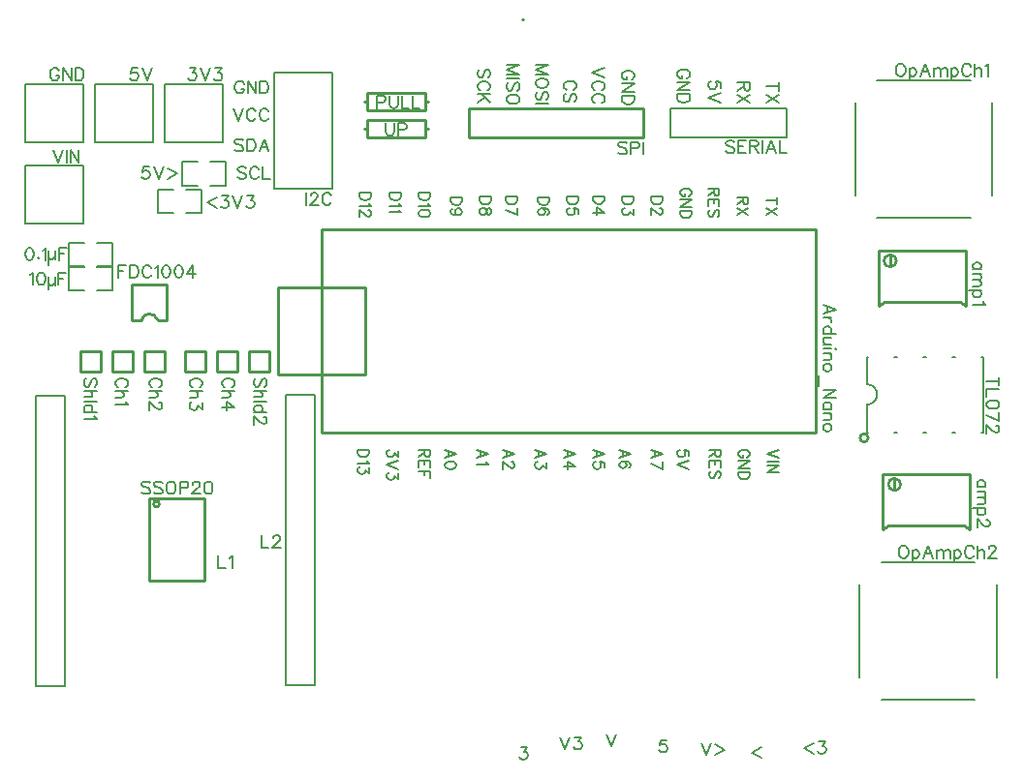
<source format=gto>
G04 Layer: TopSilkLayer*
G04 EasyEDA v6.1.30, Mon, 13 May 2019 14:05:24 GMT*
G04 ec786ea291e64042a76a9efa09ec0a6e,e7f1f9e1ee6f4799bc2d14f0a93ba244,10*
G04 Gerber Generator version 0.2*
G04 Scale: 100 percent, Rotated: No, Reflected: No *
G04 Dimensions in inches *
G04 leading zeros omitted , absolute positions ,2 integer and 4 decimal *
%FSLAX24Y24*%
%MOIN*%
G90*
G70D02*

%ADD10C,0.010000*%
%ADD26C,0.008000*%
%ADD27C,0.007992*%
%ADD28C,0.007900*%
%ADD29C,0.007870*%
%ADD30C,0.005905*%
%ADD31C,0.006000*%

%LPD*%
G54D10*
G01X8600Y12700D02*
G01X9300Y12700D01*
G01X9300Y12000D01*
G01X8600Y12000D01*
G01X8600Y12700D01*
G01X7500Y12700D02*
G01X8200Y12700D01*
G01X8200Y12000D01*
G01X7500Y12000D01*
G01X7500Y12700D01*
G01X6400Y12700D02*
G01X7100Y12700D01*
G01X7100Y12000D01*
G01X6400Y12000D01*
G01X6400Y12700D01*
G01X5000Y12700D02*
G01X5700Y12700D01*
G01X5700Y12000D01*
G01X5000Y12000D01*
G01X5000Y12700D01*
G01X3900Y12700D02*
G01X4600Y12700D01*
G01X4600Y12000D01*
G01X3900Y12000D01*
G01X3900Y12700D01*
G01X2800Y12700D02*
G01X3500Y12700D01*
G01X3500Y12000D01*
G01X2800Y12000D01*
G01X2800Y12700D01*
G54D26*
G01X2250Y10400D02*
G01X2250Y11150D01*
G01X1250Y11150D01*
G01X1250Y1150D01*
G01X2250Y1150D01*
G54D27*
G01X2250Y1150D02*
G01X2250Y10400D01*
G54D26*
G01X9850Y1950D02*
G01X9850Y1200D01*
G01X10850Y1200D01*
G01X10850Y11200D01*
G01X9850Y11200D01*
G54D27*
G01X9850Y11200D02*
G01X9850Y1950D01*
G54D10*
G01X11100Y16900D02*
G01X11100Y9900D01*
G01X11100Y9900D02*
G01X28100Y9900D01*
G01X28100Y9900D02*
G01X28100Y16900D01*
G01X28100Y16900D02*
G01X11100Y16900D01*
G01X12600Y14900D02*
G01X9600Y14900D01*
G01X9600Y11900D01*
G01X12600Y11900D01*
G01X12600Y14900D01*
G54D28*
G01X30189Y17288D02*
G01X33410Y17288D01*
G01X30189Y22011D02*
G01X33410Y22011D01*
G01X29438Y21261D02*
G01X29438Y18038D01*
G01X34161Y18038D02*
G01X34161Y21261D01*
G01X30339Y688D02*
G01X33560Y688D01*
G01X30339Y5411D02*
G01X33560Y5411D01*
G01X29588Y4661D02*
G01X29588Y1438D01*
G01X34311Y1438D02*
G01X34311Y4661D01*
G54D10*
G01X30796Y7950D02*
G01X30796Y8100D01*
G01X30796Y8250D01*
G01X30796Y8100D01*
G01X30396Y8450D02*
G01X33396Y8450D01*
G01X33396Y6550D01*
G01X33196Y6700D01*
G01X30596Y6700D01*
G01X30396Y6550D01*
G01X30396Y6650D01*
G01X30396Y8450D01*
G01X30646Y15650D02*
G01X30646Y15800D01*
G01X30646Y15950D01*
G01X30646Y15800D01*
G01X30246Y16150D02*
G01X33246Y16150D01*
G01X33246Y14250D01*
G01X33046Y14400D01*
G01X30446Y14400D01*
G01X30246Y14250D01*
G01X30246Y14350D01*
G01X30246Y16150D01*
G01X22150Y20050D02*
G01X16150Y20050D01*
G01X16150Y21050D01*
G01X22150Y21050D01*
G01X22150Y20050D01*
G54D29*
G01X6418Y17442D02*
G01X6938Y17442D01*
G01X6938Y18257D01*
G01X6418Y18257D01*
G01X5972Y17442D02*
G01X5453Y17442D01*
G01X5453Y18257D01*
G01X5972Y18257D01*
G01X7268Y18392D02*
G01X7788Y18392D01*
G01X7788Y19207D01*
G01X7268Y19207D01*
G01X6822Y18392D02*
G01X6303Y18392D01*
G01X6303Y19207D01*
G01X6822Y19207D01*
G54D10*
G01X14650Y20050D02*
G01X12650Y20050D01*
G01X12650Y20050D02*
G01X12650Y20350D01*
G01X12650Y20350D02*
G01X12650Y20650D01*
G01X12650Y20650D02*
G01X14650Y20650D01*
G01X14650Y20650D02*
G01X14650Y20350D01*
G01X14650Y20350D02*
G01X14650Y20050D01*
G01X12650Y20350D02*
G01X12550Y20350D01*
G01X14650Y20350D02*
G01X14750Y20350D01*
G01X14650Y21000D02*
G01X12650Y21000D01*
G01X12650Y21000D02*
G01X12650Y21300D01*
G01X12650Y21300D02*
G01X12650Y21600D01*
G01X12650Y21600D02*
G01X14650Y21600D01*
G01X14650Y21600D02*
G01X14650Y21300D01*
G01X14650Y21300D02*
G01X14650Y21000D01*
G01X12650Y21300D02*
G01X12550Y21300D01*
G01X14650Y21300D02*
G01X14750Y21300D01*
G01X5153Y4784D02*
G01X5153Y7619D01*
G01X7044Y4784D02*
G01X7044Y7619D01*
G01X5153Y4784D02*
G01X7044Y4784D01*
G01X5155Y7619D02*
G01X7044Y7619D01*
G54D26*
G01X9450Y18300D02*
G01X11450Y18300D01*
G01X11450Y22300D01*
G01X9450Y22300D01*
G01X9450Y18300D01*
G54D10*
G01X4550Y13779D02*
G01X4550Y15000D01*
G01X5770Y15000D02*
G01X4550Y15000D01*
G01X5769Y13779D02*
G01X5769Y15000D01*
G01X4550Y13769D02*
G01X4880Y13769D01*
G01X5440Y13769D02*
G01X5769Y13769D01*
G54D29*
G01X3368Y14792D02*
G01X3888Y14792D01*
G01X3888Y15607D01*
G01X3368Y15607D01*
G01X2922Y14792D02*
G01X2403Y14792D01*
G01X2403Y15607D01*
G01X2922Y15607D01*
G01X3368Y15592D02*
G01X3888Y15592D01*
G01X3888Y16407D01*
G01X3368Y16407D01*
G01X2922Y15592D02*
G01X2403Y15592D01*
G01X2403Y16407D01*
G01X2922Y16407D01*
G54D30*
G01X29850Y10850D02*
G01X29850Y9900D01*
G01X29900Y9900D01*
G01X29850Y11550D02*
G01X29850Y12500D01*
G01X29900Y12500D01*
G01X33800Y12500D02*
G01X33850Y12500D01*
G01X33850Y9900D01*
G01X33800Y9900D01*
G01X32800Y9900D02*
G01X32900Y9900D01*
G01X31800Y9900D02*
G01X31900Y9900D01*
G01X30800Y9900D02*
G01X30900Y9900D01*
G01X32800Y12500D02*
G01X32900Y12500D01*
G01X31800Y12500D02*
G01X31900Y12500D01*
G01X30800Y12500D02*
G01X30900Y12500D01*
G54D26*
G01X2900Y19100D02*
G01X2900Y17100D01*
G01X900Y17100D01*
G01X900Y19100D01*
G01X2900Y19100D01*
G01X5300Y21900D02*
G01X5300Y19900D01*
G01X3300Y19900D01*
G01X3300Y21900D01*
G01X5300Y21900D01*
G01X2900Y21900D02*
G01X2900Y19900D01*
G01X900Y19900D01*
G01X900Y21900D01*
G01X2900Y21900D01*
G01X27100Y21050D02*
G01X27100Y20050D01*
G01X23100Y20050D01*
G01X23100Y21050D01*
G01X23850Y21050D01*
G54D27*
G01X27100Y21050D02*
G01X23850Y21050D01*
G54D26*
G01X7700Y21900D02*
G01X7700Y19900D01*
G01X5700Y19900D01*
G01X5700Y21900D01*
G01X7700Y21900D01*
G54D31*
G01X17940Y-950D02*
G01X18165Y-950D01*
G01X18043Y-1113D01*
G01X18105Y-1113D01*
G01X18144Y-1134D01*
G01X18165Y-1153D01*
G01X18185Y-1215D01*
G01X18185Y-1255D01*
G01X18165Y-1317D01*
G01X18125Y-1359D01*
G01X18064Y-1378D01*
G01X18002Y-1378D01*
G01X17940Y-1359D01*
G01X17919Y-1338D01*
G01X17900Y-1296D01*
G54D26*
G01X21585Y19838D02*
G01X21544Y19880D01*
G01X21484Y19900D01*
G01X21402Y19900D01*
G01X21340Y19880D01*
G01X21300Y19838D01*
G01X21300Y19798D01*
G01X21319Y19757D01*
G01X21340Y19736D01*
G01X21381Y19715D01*
G01X21505Y19675D01*
G01X21544Y19655D01*
G01X21565Y19634D01*
G01X21585Y19594D01*
G01X21585Y19532D01*
G01X21544Y19490D01*
G01X21484Y19471D01*
G01X21402Y19471D01*
G01X21340Y19490D01*
G01X21300Y19532D01*
G01X21721Y19900D02*
G01X21721Y19471D01*
G01X21721Y19900D02*
G01X21905Y19900D01*
G01X21967Y19880D01*
G01X21986Y19859D01*
G01X22007Y19819D01*
G01X22007Y19757D01*
G01X21986Y19715D01*
G01X21967Y19696D01*
G01X21905Y19675D01*
G01X21721Y19675D01*
G01X22143Y19900D02*
G01X22143Y19471D01*
G01X28772Y14135D02*
G01X28343Y14299D01*
G01X28772Y14135D02*
G01X28343Y13972D01*
G01X28486Y14238D02*
G01X28486Y14033D01*
G01X28629Y13837D02*
G01X28343Y13837D01*
G01X28507Y13837D02*
G01X28568Y13816D01*
G01X28609Y13775D01*
G01X28629Y13734D01*
G01X28629Y13673D01*
G01X28772Y13293D02*
G01X28343Y13293D01*
G01X28568Y13293D02*
G01X28609Y13334D01*
G01X28629Y13374D01*
G01X28629Y13436D01*
G01X28609Y13477D01*
G01X28568Y13518D01*
G01X28507Y13538D01*
G01X28466Y13538D01*
G01X28404Y13518D01*
G01X28363Y13477D01*
G01X28343Y13436D01*
G01X28343Y13374D01*
G01X28363Y13334D01*
G01X28404Y13293D01*
G01X28629Y13158D02*
G01X28425Y13158D01*
G01X28363Y13137D01*
G01X28343Y13096D01*
G01X28343Y13035D01*
G01X28363Y12994D01*
G01X28425Y12933D01*
G01X28629Y12933D02*
G01X28343Y12933D01*
G01X28772Y12798D02*
G01X28752Y12777D01*
G01X28772Y12757D01*
G01X28793Y12777D01*
G01X28772Y12798D01*
G01X28629Y12777D02*
G01X28343Y12777D01*
G01X28629Y12622D02*
G01X28343Y12622D01*
G01X28547Y12622D02*
G01X28609Y12560D01*
G01X28629Y12519D01*
G01X28629Y12458D01*
G01X28609Y12417D01*
G01X28547Y12397D01*
G01X28343Y12397D01*
G01X28629Y12159D02*
G01X28609Y12200D01*
G01X28568Y12241D01*
G01X28507Y12262D01*
G01X28466Y12262D01*
G01X28404Y12241D01*
G01X28363Y12200D01*
G01X28343Y12159D01*
G01X28343Y12098D01*
G01X28363Y12057D01*
G01X28404Y12016D01*
G01X28466Y11996D01*
G01X28507Y11996D01*
G01X28568Y12016D01*
G01X28609Y12057D01*
G01X28629Y12098D01*
G01X28629Y12159D01*
G01X28200Y11861D02*
G01X28200Y11493D01*
G01X28772Y11358D02*
G01X28343Y11358D01*
G01X28772Y11358D02*
G01X28343Y11071D01*
G01X28772Y11071D02*
G01X28343Y11071D01*
G01X28629Y10691D02*
G01X28343Y10691D01*
G01X28568Y10691D02*
G01X28609Y10732D01*
G01X28629Y10773D01*
G01X28629Y10834D01*
G01X28609Y10875D01*
G01X28568Y10916D01*
G01X28507Y10936D01*
G01X28466Y10936D01*
G01X28404Y10916D01*
G01X28363Y10875D01*
G01X28343Y10834D01*
G01X28343Y10773D01*
G01X28363Y10732D01*
G01X28404Y10691D01*
G01X28629Y10556D02*
G01X28343Y10556D01*
G01X28547Y10556D02*
G01X28609Y10494D01*
G01X28629Y10454D01*
G01X28629Y10392D01*
G01X28609Y10351D01*
G01X28547Y10331D01*
G01X28343Y10331D01*
G01X28629Y10094D02*
G01X28609Y10134D01*
G01X28568Y10175D01*
G01X28507Y10196D01*
G01X28466Y10196D01*
G01X28404Y10175D01*
G01X28363Y10134D01*
G01X28343Y10094D01*
G01X28343Y10032D01*
G01X28363Y9991D01*
G01X28404Y9950D01*
G01X28466Y9930D01*
G01X28507Y9930D01*
G01X28568Y9950D01*
G01X28609Y9991D01*
G01X28629Y10032D01*
G01X28629Y10094D01*
G01X26768Y17873D02*
G01X26385Y17873D01*
G01X26768Y18000D02*
G01X26768Y17744D01*
G01X26768Y17625D02*
G01X26385Y17371D01*
G01X26768Y17371D02*
G01X26385Y17625D01*
G01X25727Y9026D02*
G01X25764Y9044D01*
G01X25800Y9082D01*
G01X25818Y9117D01*
G01X25818Y9190D01*
G01X25800Y9226D01*
G01X25764Y9263D01*
G01X25727Y9282D01*
G01X25672Y9300D01*
G01X25581Y9300D01*
G01X25527Y9282D01*
G01X25490Y9263D01*
G01X25455Y9226D01*
G01X25435Y9190D01*
G01X25435Y9117D01*
G01X25455Y9082D01*
G01X25490Y9044D01*
G01X25527Y9026D01*
G01X25581Y9026D01*
G01X25581Y9117D02*
G01X25581Y9026D01*
G01X25818Y8907D02*
G01X25435Y8907D01*
G01X25818Y8907D02*
G01X25435Y8653D01*
G01X25818Y8653D02*
G01X25435Y8653D01*
G01X25818Y8532D02*
G01X25435Y8532D01*
G01X25818Y8532D02*
G01X25818Y8405D01*
G01X25800Y8351D01*
G01X25764Y8315D01*
G01X25727Y8296D01*
G01X25672Y8278D01*
G01X25581Y8278D01*
G01X25527Y8296D01*
G01X25490Y8315D01*
G01X25455Y8351D01*
G01X25435Y8405D01*
G01X25435Y8532D01*
G01X23718Y9082D02*
G01X23718Y9263D01*
G01X23555Y9282D01*
G01X23572Y9263D01*
G01X23590Y9209D01*
G01X23590Y9155D01*
G01X23572Y9100D01*
G01X23535Y9063D01*
G01X23481Y9044D01*
G01X23444Y9044D01*
G01X23390Y9063D01*
G01X23355Y9100D01*
G01X23335Y9155D01*
G01X23335Y9209D01*
G01X23355Y9263D01*
G01X23372Y9282D01*
G01X23409Y9300D01*
G01X23718Y8925D02*
G01X23335Y8780D01*
G01X23718Y8634D02*
G01X23335Y8780D01*
G01X12782Y18150D02*
G01X12400Y18150D01*
G01X12782Y18150D02*
G01X12782Y18023D01*
G01X12764Y17967D01*
G01X12728Y17932D01*
G01X12691Y17913D01*
G01X12637Y17894D01*
G01X12546Y17894D01*
G01X12491Y17913D01*
G01X12455Y17932D01*
G01X12419Y17967D01*
G01X12400Y18023D01*
G01X12400Y18150D01*
G01X12709Y17775D02*
G01X12728Y17738D01*
G01X12782Y17684D01*
G01X12400Y17684D01*
G01X12691Y17546D02*
G01X12709Y17546D01*
G01X12746Y17528D01*
G01X12764Y17509D01*
G01X12782Y17473D01*
G01X12782Y17401D01*
G01X12764Y17365D01*
G01X12746Y17346D01*
G01X12709Y17328D01*
G01X12673Y17328D01*
G01X12637Y17346D01*
G01X12582Y17382D01*
G01X12400Y17565D01*
G01X12400Y17309D01*
G01X26818Y9300D02*
G01X26435Y9155D01*
G01X26818Y9009D02*
G01X26435Y9155D01*
G01X26818Y8888D02*
G01X26435Y8888D01*
G01X26818Y8769D02*
G01X26435Y8769D01*
G01X26818Y8769D02*
G01X26435Y8515D01*
G01X26818Y8515D02*
G01X26435Y8515D01*
G01X12718Y9300D02*
G01X12335Y9300D01*
G01X12718Y9300D02*
G01X12718Y9173D01*
G01X12700Y9117D01*
G01X12664Y9082D01*
G01X12627Y9063D01*
G01X12572Y9044D01*
G01X12481Y9044D01*
G01X12427Y9063D01*
G01X12390Y9082D01*
G01X12355Y9117D01*
G01X12335Y9173D01*
G01X12335Y9300D01*
G01X12644Y8925D02*
G01X12664Y8888D01*
G01X12718Y8834D01*
G01X12335Y8834D01*
G01X12718Y8678D02*
G01X12718Y8478D01*
G01X12572Y8586D01*
G01X12572Y8532D01*
G01X12555Y8496D01*
G01X12535Y8478D01*
G01X12481Y8459D01*
G01X12444Y8459D01*
G01X12390Y8478D01*
G01X12355Y8515D01*
G01X12335Y8569D01*
G01X12335Y8623D01*
G01X12355Y8678D01*
G01X12372Y8696D01*
G01X12409Y8715D01*
G01X23727Y18027D02*
G01X23764Y18044D01*
G01X23800Y18082D01*
G01X23818Y18117D01*
G01X23818Y18190D01*
G01X23800Y18227D01*
G01X23764Y18263D01*
G01X23727Y18282D01*
G01X23672Y18300D01*
G01X23581Y18300D01*
G01X23527Y18282D01*
G01X23490Y18263D01*
G01X23455Y18227D01*
G01X23435Y18190D01*
G01X23435Y18117D01*
G01X23455Y18082D01*
G01X23490Y18044D01*
G01X23527Y18027D01*
G01X23581Y18027D01*
G01X23581Y18117D02*
G01X23581Y18027D01*
G01X23818Y17907D02*
G01X23435Y17907D01*
G01X23818Y17907D02*
G01X23435Y17653D01*
G01X23818Y17653D02*
G01X23435Y17653D01*
G01X23818Y17532D02*
G01X23435Y17532D01*
G01X23818Y17532D02*
G01X23818Y17405D01*
G01X23800Y17351D01*
G01X23764Y17315D01*
G01X23727Y17296D01*
G01X23672Y17278D01*
G01X23581Y17278D01*
G01X23527Y17296D01*
G01X23490Y17315D01*
G01X23455Y17351D01*
G01X23435Y17405D01*
G01X23435Y17532D01*
G01X25768Y18000D02*
G01X25385Y18000D01*
G01X25768Y18000D02*
G01X25768Y17836D01*
G01X25750Y17782D01*
G01X25731Y17763D01*
G01X25694Y17744D01*
G01X25659Y17744D01*
G01X25622Y17763D01*
G01X25605Y17782D01*
G01X25585Y17836D01*
G01X25585Y18000D01*
G01X25585Y17873D02*
G01X25385Y17744D01*
G01X25768Y17625D02*
G01X25385Y17371D01*
G01X25768Y17371D02*
G01X25385Y17625D01*
G01X24768Y18300D02*
G01X24385Y18300D01*
G01X24768Y18300D02*
G01X24768Y18136D01*
G01X24750Y18082D01*
G01X24731Y18063D01*
G01X24694Y18044D01*
G01X24659Y18044D01*
G01X24622Y18063D01*
G01X24605Y18082D01*
G01X24585Y18136D01*
G01X24585Y18300D01*
G01X24585Y18173D02*
G01X24385Y18044D01*
G01X24768Y17925D02*
G01X24385Y17925D01*
G01X24768Y17925D02*
G01X24768Y17688D01*
G01X24585Y17925D02*
G01X24585Y17780D01*
G01X24385Y17925D02*
G01X24385Y17688D01*
G01X24714Y17315D02*
G01X24750Y17351D01*
G01X24768Y17405D01*
G01X24768Y17478D01*
G01X24750Y17532D01*
G01X24714Y17569D01*
G01X24677Y17569D01*
G01X24640Y17551D01*
G01X24622Y17532D01*
G01X24605Y17496D01*
G01X24568Y17386D01*
G01X24550Y17351D01*
G01X24531Y17332D01*
G01X24494Y17315D01*
G01X24440Y17315D01*
G01X24405Y17351D01*
G01X24385Y17405D01*
G01X24385Y17478D01*
G01X24405Y17532D01*
G01X24440Y17569D01*
G01X22818Y18003D02*
G01X22435Y18003D01*
G01X22818Y18003D02*
G01X22818Y17877D01*
G01X22800Y17821D01*
G01X22764Y17786D01*
G01X22727Y17767D01*
G01X22672Y17748D01*
G01X22581Y17748D01*
G01X22527Y17767D01*
G01X22490Y17786D01*
G01X22455Y17821D01*
G01X22435Y17877D01*
G01X22435Y18003D01*
G01X22727Y17611D02*
G01X22744Y17611D01*
G01X22781Y17592D01*
G01X22800Y17575D01*
G01X22818Y17538D01*
G01X22818Y17465D01*
G01X22800Y17428D01*
G01X22781Y17411D01*
G01X22744Y17392D01*
G01X22709Y17392D01*
G01X22672Y17411D01*
G01X22618Y17448D01*
G01X22435Y17628D01*
G01X22435Y17375D01*
G01X21818Y18003D02*
G01X21435Y18003D01*
G01X21818Y18003D02*
G01X21818Y17877D01*
G01X21800Y17821D01*
G01X21764Y17786D01*
G01X21727Y17767D01*
G01X21672Y17748D01*
G01X21581Y17748D01*
G01X21527Y17767D01*
G01X21490Y17786D01*
G01X21455Y17821D01*
G01X21435Y17877D01*
G01X21435Y18003D01*
G01X21818Y17592D02*
G01X21818Y17392D01*
G01X21672Y17502D01*
G01X21672Y17448D01*
G01X21655Y17411D01*
G01X21635Y17392D01*
G01X21581Y17375D01*
G01X21544Y17375D01*
G01X21490Y17392D01*
G01X21455Y17428D01*
G01X21435Y17484D01*
G01X21435Y17538D01*
G01X21455Y17592D01*
G01X21472Y17611D01*
G01X21509Y17628D01*
G01X20818Y18021D02*
G01X20435Y18021D01*
G01X20818Y18021D02*
G01X20818Y17894D01*
G01X20800Y17840D01*
G01X20764Y17803D01*
G01X20727Y17786D01*
G01X20672Y17767D01*
G01X20581Y17767D01*
G01X20527Y17786D01*
G01X20490Y17803D01*
G01X20455Y17840D01*
G01X20435Y17894D01*
G01X20435Y18021D01*
G01X20818Y17465D02*
G01X20564Y17646D01*
G01X20564Y17375D01*
G01X20818Y17465D02*
G01X20435Y17465D01*
G01X19918Y18003D02*
G01X19535Y18003D01*
G01X19918Y18003D02*
G01X19918Y17877D01*
G01X19900Y17821D01*
G01X19864Y17786D01*
G01X19827Y17767D01*
G01X19772Y17748D01*
G01X19681Y17748D01*
G01X19627Y17767D01*
G01X19590Y17786D01*
G01X19555Y17821D01*
G01X19535Y17877D01*
G01X19535Y18003D01*
G01X19918Y17411D02*
G01X19918Y17592D01*
G01X19755Y17611D01*
G01X19772Y17592D01*
G01X19790Y17538D01*
G01X19790Y17484D01*
G01X19772Y17428D01*
G01X19735Y17392D01*
G01X19681Y17375D01*
G01X19644Y17375D01*
G01X19590Y17392D01*
G01X19555Y17428D01*
G01X19535Y17484D01*
G01X19535Y17538D01*
G01X19555Y17592D01*
G01X19572Y17611D01*
G01X19609Y17628D01*
G01X18918Y17986D02*
G01X18535Y17986D01*
G01X18918Y17986D02*
G01X18918Y17859D01*
G01X18900Y17803D01*
G01X18864Y17767D01*
G01X18827Y17750D01*
G01X18772Y17730D01*
G01X18681Y17730D01*
G01X18627Y17750D01*
G01X18590Y17767D01*
G01X18555Y17803D01*
G01X18535Y17859D01*
G01X18535Y17986D01*
G01X18864Y17392D02*
G01X18900Y17411D01*
G01X18918Y17465D01*
G01X18918Y17502D01*
G01X18900Y17557D01*
G01X18844Y17592D01*
G01X18755Y17611D01*
G01X18664Y17611D01*
G01X18590Y17592D01*
G01X18555Y17557D01*
G01X18535Y17502D01*
G01X18535Y17484D01*
G01X18555Y17430D01*
G01X18590Y17392D01*
G01X18644Y17375D01*
G01X18664Y17375D01*
G01X18718Y17392D01*
G01X18755Y17430D01*
G01X18772Y17484D01*
G01X18772Y17502D01*
G01X18755Y17557D01*
G01X18718Y17592D01*
G01X18664Y17611D01*
G01X17818Y18003D02*
G01X17435Y18003D01*
G01X17818Y18003D02*
G01X17818Y17877D01*
G01X17800Y17821D01*
G01X17764Y17786D01*
G01X17727Y17767D01*
G01X17672Y17748D01*
G01X17581Y17748D01*
G01X17527Y17767D01*
G01X17490Y17786D01*
G01X17455Y17821D01*
G01X17435Y17877D01*
G01X17435Y18003D01*
G01X17818Y17375D02*
G01X17435Y17557D01*
G01X17818Y17628D02*
G01X17818Y17375D01*
G01X16918Y18003D02*
G01X16535Y18003D01*
G01X16918Y18003D02*
G01X16918Y17877D01*
G01X16900Y17821D01*
G01X16864Y17786D01*
G01X16827Y17767D01*
G01X16772Y17748D01*
G01X16681Y17748D01*
G01X16627Y17767D01*
G01X16590Y17786D01*
G01X16555Y17821D01*
G01X16535Y17877D01*
G01X16535Y18003D01*
G01X16918Y17538D02*
G01X16900Y17592D01*
G01X16864Y17611D01*
G01X16827Y17611D01*
G01X16790Y17592D01*
G01X16772Y17557D01*
G01X16755Y17484D01*
G01X16735Y17428D01*
G01X16700Y17392D01*
G01X16664Y17375D01*
G01X16609Y17375D01*
G01X16572Y17392D01*
G01X16555Y17411D01*
G01X16535Y17465D01*
G01X16535Y17538D01*
G01X16555Y17592D01*
G01X16572Y17611D01*
G01X16609Y17628D01*
G01X16664Y17628D01*
G01X16700Y17611D01*
G01X16735Y17575D01*
G01X16755Y17519D01*
G01X16772Y17448D01*
G01X16790Y17411D01*
G01X16827Y17392D01*
G01X16864Y17392D01*
G01X16900Y17411D01*
G01X16918Y17465D01*
G01X16918Y17538D01*
G01X15918Y17986D02*
G01X15535Y17986D01*
G01X15918Y17986D02*
G01X15918Y17859D01*
G01X15900Y17803D01*
G01X15864Y17767D01*
G01X15827Y17750D01*
G01X15772Y17730D01*
G01X15681Y17730D01*
G01X15627Y17750D01*
G01X15590Y17767D01*
G01X15555Y17803D01*
G01X15535Y17859D01*
G01X15535Y17986D01*
G01X15790Y17375D02*
G01X15735Y17392D01*
G01X15700Y17430D01*
G01X15681Y17484D01*
G01X15681Y17502D01*
G01X15700Y17557D01*
G01X15735Y17592D01*
G01X15790Y17611D01*
G01X15809Y17611D01*
G01X15864Y17592D01*
G01X15900Y17557D01*
G01X15918Y17502D01*
G01X15918Y17484D01*
G01X15900Y17430D01*
G01X15864Y17392D01*
G01X15790Y17375D01*
G01X15700Y17375D01*
G01X15609Y17392D01*
G01X15555Y17430D01*
G01X15535Y17484D01*
G01X15535Y17521D01*
G01X15555Y17575D01*
G01X15590Y17592D01*
G01X14818Y18150D02*
G01X14435Y18150D01*
G01X14818Y18150D02*
G01X14818Y18023D01*
G01X14800Y17967D01*
G01X14764Y17932D01*
G01X14727Y17913D01*
G01X14672Y17894D01*
G01X14581Y17894D01*
G01X14527Y17913D01*
G01X14490Y17932D01*
G01X14455Y17967D01*
G01X14435Y18023D01*
G01X14435Y18150D01*
G01X14744Y17775D02*
G01X14764Y17738D01*
G01X14818Y17684D01*
G01X14435Y17684D01*
G01X14818Y17455D02*
G01X14800Y17509D01*
G01X14744Y17546D01*
G01X14655Y17565D01*
G01X14600Y17565D01*
G01X14509Y17546D01*
G01X14455Y17509D01*
G01X14435Y17455D01*
G01X14435Y17419D01*
G01X14455Y17365D01*
G01X14509Y17328D01*
G01X14600Y17309D01*
G01X14655Y17309D01*
G01X14744Y17328D01*
G01X14800Y17365D01*
G01X14818Y17419D01*
G01X14818Y17455D01*
G01X13818Y18150D02*
G01X13435Y18150D01*
G01X13818Y18150D02*
G01X13818Y18023D01*
G01X13800Y17967D01*
G01X13764Y17932D01*
G01X13727Y17913D01*
G01X13672Y17894D01*
G01X13581Y17894D01*
G01X13527Y17913D01*
G01X13490Y17932D01*
G01X13455Y17967D01*
G01X13435Y18023D01*
G01X13435Y18150D01*
G01X13744Y17775D02*
G01X13764Y17738D01*
G01X13818Y17684D01*
G01X13435Y17684D01*
G01X13744Y17565D02*
G01X13764Y17528D01*
G01X13818Y17473D01*
G01X13435Y17473D01*
G01X13718Y9263D02*
G01X13718Y9063D01*
G01X13572Y9173D01*
G01X13572Y9117D01*
G01X13555Y9082D01*
G01X13535Y9063D01*
G01X13481Y9044D01*
G01X13444Y9044D01*
G01X13390Y9063D01*
G01X13355Y9100D01*
G01X13335Y9155D01*
G01X13335Y9209D01*
G01X13355Y9263D01*
G01X13372Y9282D01*
G01X13409Y9300D01*
G01X13718Y8925D02*
G01X13335Y8780D01*
G01X13718Y8634D02*
G01X13335Y8780D01*
G01X13718Y8478D02*
G01X13718Y8278D01*
G01X13572Y8386D01*
G01X13572Y8332D01*
G01X13555Y8296D01*
G01X13535Y8278D01*
G01X13481Y8259D01*
G01X13444Y8259D01*
G01X13390Y8278D01*
G01X13355Y8315D01*
G01X13335Y8369D01*
G01X13335Y8423D01*
G01X13355Y8478D01*
G01X13372Y8496D01*
G01X13409Y8515D01*
G01X14818Y9300D02*
G01X14435Y9300D01*
G01X14818Y9300D02*
G01X14818Y9136D01*
G01X14800Y9082D01*
G01X14781Y9063D01*
G01X14744Y9044D01*
G01X14709Y9044D01*
G01X14672Y9063D01*
G01X14655Y9082D01*
G01X14635Y9136D01*
G01X14635Y9300D01*
G01X14635Y9173D02*
G01X14435Y9044D01*
G01X14818Y8925D02*
G01X14435Y8925D01*
G01X14818Y8925D02*
G01X14818Y8688D01*
G01X14635Y8925D02*
G01X14635Y8780D01*
G01X14435Y8925D02*
G01X14435Y8688D01*
G01X14818Y8569D02*
G01X14435Y8569D01*
G01X14818Y8569D02*
G01X14818Y8332D01*
G01X14635Y8569D02*
G01X14635Y8423D01*
G01X15718Y9155D02*
G01X15335Y9300D01*
G01X15718Y9155D02*
G01X15335Y9009D01*
G01X15464Y9244D02*
G01X15464Y9063D01*
G01X15718Y8780D02*
G01X15700Y8834D01*
G01X15644Y8871D01*
G01X15555Y8888D01*
G01X15500Y8888D01*
G01X15409Y8871D01*
G01X15355Y8834D01*
G01X15335Y8780D01*
G01X15335Y8744D01*
G01X15355Y8688D01*
G01X15409Y8653D01*
G01X15500Y8634D01*
G01X15555Y8634D01*
G01X15644Y8653D01*
G01X15700Y8688D01*
G01X15718Y8744D01*
G01X15718Y8780D01*
G01X16818Y9155D02*
G01X16435Y9300D01*
G01X16818Y9155D02*
G01X16435Y9009D01*
G01X16564Y9244D02*
G01X16564Y9063D01*
G01X16744Y8888D02*
G01X16764Y8853D01*
G01X16818Y8798D01*
G01X16435Y8798D01*
G01X17718Y9155D02*
G01X17335Y9300D01*
G01X17718Y9155D02*
G01X17335Y9009D01*
G01X17464Y9244D02*
G01X17464Y9063D01*
G01X17627Y8871D02*
G01X17644Y8871D01*
G01X17681Y8853D01*
G01X17700Y8834D01*
G01X17718Y8798D01*
G01X17718Y8725D01*
G01X17700Y8688D01*
G01X17681Y8671D01*
G01X17644Y8653D01*
G01X17609Y8653D01*
G01X17572Y8671D01*
G01X17518Y8707D01*
G01X17335Y8888D01*
G01X17335Y8634D01*
G01X18818Y9155D02*
G01X18435Y9300D01*
G01X18818Y9155D02*
G01X18435Y9009D01*
G01X18564Y9244D02*
G01X18564Y9063D01*
G01X18818Y8853D02*
G01X18818Y8653D01*
G01X18672Y8761D01*
G01X18672Y8707D01*
G01X18655Y8671D01*
G01X18635Y8653D01*
G01X18581Y8634D01*
G01X18544Y8634D01*
G01X18490Y8653D01*
G01X18455Y8688D01*
G01X18435Y8744D01*
G01X18435Y8798D01*
G01X18455Y8853D01*
G01X18472Y8871D01*
G01X18509Y8888D01*
G01X19818Y9155D02*
G01X19435Y9300D01*
G01X19818Y9155D02*
G01X19435Y9009D01*
G01X19564Y9244D02*
G01X19564Y9063D01*
G01X19818Y8707D02*
G01X19564Y8888D01*
G01X19564Y8615D01*
G01X19818Y8707D02*
G01X19435Y8707D01*
G01X20818Y9155D02*
G01X20435Y9300D01*
G01X20818Y9155D02*
G01X20435Y9009D01*
G01X20564Y9244D02*
G01X20564Y9063D01*
G01X20818Y8671D02*
G01X20818Y8853D01*
G01X20655Y8871D01*
G01X20672Y8853D01*
G01X20690Y8798D01*
G01X20690Y8744D01*
G01X20672Y8688D01*
G01X20635Y8653D01*
G01X20581Y8634D01*
G01X20544Y8634D01*
G01X20490Y8653D01*
G01X20455Y8688D01*
G01X20435Y8744D01*
G01X20435Y8798D01*
G01X20455Y8853D01*
G01X20472Y8871D01*
G01X20509Y8888D01*
G01X21718Y9155D02*
G01X21335Y9300D01*
G01X21718Y9155D02*
G01X21335Y9009D01*
G01X21464Y9244D02*
G01X21464Y9063D01*
G01X21664Y8671D02*
G01X21700Y8688D01*
G01X21718Y8744D01*
G01X21718Y8780D01*
G01X21700Y8834D01*
G01X21644Y8871D01*
G01X21555Y8888D01*
G01X21464Y8888D01*
G01X21390Y8871D01*
G01X21355Y8834D01*
G01X21335Y8780D01*
G01X21335Y8761D01*
G01X21355Y8707D01*
G01X21390Y8671D01*
G01X21444Y8653D01*
G01X21464Y8653D01*
G01X21518Y8671D01*
G01X21555Y8707D01*
G01X21572Y8761D01*
G01X21572Y8780D01*
G01X21555Y8834D01*
G01X21518Y8871D01*
G01X21464Y8888D01*
G01X22818Y9155D02*
G01X22435Y9300D01*
G01X22818Y9155D02*
G01X22435Y9009D01*
G01X22564Y9244D02*
G01X22564Y9063D01*
G01X22818Y8634D02*
G01X22435Y8815D01*
G01X22818Y8888D02*
G01X22818Y8634D01*
G01X24818Y9300D02*
G01X24435Y9300D01*
G01X24818Y9300D02*
G01X24818Y9136D01*
G01X24800Y9082D01*
G01X24781Y9063D01*
G01X24744Y9044D01*
G01X24709Y9044D01*
G01X24672Y9063D01*
G01X24655Y9082D01*
G01X24635Y9136D01*
G01X24635Y9300D01*
G01X24635Y9173D02*
G01X24435Y9044D01*
G01X24818Y8925D02*
G01X24435Y8925D01*
G01X24818Y8925D02*
G01X24818Y8688D01*
G01X24635Y8925D02*
G01X24635Y8780D01*
G01X24435Y8925D02*
G01X24435Y8688D01*
G01X24764Y8315D02*
G01X24800Y8351D01*
G01X24818Y8405D01*
G01X24818Y8478D01*
G01X24800Y8532D01*
G01X24764Y8569D01*
G01X24727Y8569D01*
G01X24690Y8551D01*
G01X24672Y8532D01*
G01X24655Y8496D01*
G01X24618Y8386D01*
G01X24600Y8351D01*
G01X24581Y8332D01*
G01X24544Y8315D01*
G01X24490Y8315D01*
G01X24455Y8351D01*
G01X24435Y8405D01*
G01X24435Y8478D01*
G01X24455Y8532D01*
G01X24490Y8569D01*
G01X30972Y22595D02*
G01X30931Y22574D01*
G01X30890Y22534D01*
G01X30869Y22493D01*
G01X30850Y22431D01*
G01X30850Y22329D01*
G01X30869Y22268D01*
G01X30890Y22227D01*
G01X30931Y22186D01*
G01X30972Y22165D01*
G01X31055Y22165D01*
G01X31094Y22186D01*
G01X31135Y22227D01*
G01X31156Y22268D01*
G01X31177Y22329D01*
G01X31177Y22431D01*
G01X31156Y22493D01*
G01X31135Y22534D01*
G01X31094Y22574D01*
G01X31055Y22595D01*
G01X30972Y22595D01*
G01X31311Y22452D02*
G01X31311Y22022D01*
G01X31311Y22390D02*
G01X31352Y22431D01*
G01X31393Y22452D01*
G01X31455Y22452D01*
G01X31496Y22431D01*
G01X31536Y22390D01*
G01X31557Y22329D01*
G01X31557Y22288D01*
G01X31536Y22227D01*
G01X31496Y22186D01*
G01X31455Y22165D01*
G01X31393Y22165D01*
G01X31352Y22186D01*
G01X31311Y22227D01*
G01X31856Y22595D02*
G01X31693Y22165D01*
G01X31856Y22595D02*
G01X32019Y22165D01*
G01X31753Y22309D02*
G01X31959Y22309D01*
G01X32155Y22452D02*
G01X32155Y22165D01*
G01X32155Y22370D02*
G01X32215Y22431D01*
G01X32256Y22452D01*
G01X32318Y22452D01*
G01X32360Y22431D01*
G01X32380Y22370D01*
G01X32380Y22165D01*
G01X32380Y22370D02*
G01X32440Y22431D01*
G01X32481Y22452D01*
G01X32543Y22452D01*
G01X32585Y22431D01*
G01X32605Y22370D01*
G01X32605Y22165D01*
G01X32739Y22452D02*
G01X32739Y22022D01*
G01X32739Y22390D02*
G01X32781Y22431D01*
G01X32822Y22452D01*
G01X32882Y22452D01*
G01X32923Y22431D01*
G01X32964Y22390D01*
G01X32985Y22329D01*
G01X32985Y22288D01*
G01X32964Y22227D01*
G01X32923Y22186D01*
G01X32882Y22165D01*
G01X32822Y22165D01*
G01X32781Y22186D01*
G01X32739Y22227D01*
G01X33427Y22493D02*
G01X33406Y22534D01*
G01X33365Y22574D01*
G01X33325Y22595D01*
G01X33243Y22595D01*
G01X33202Y22574D01*
G01X33160Y22534D01*
G01X33140Y22493D01*
G01X33119Y22431D01*
G01X33119Y22329D01*
G01X33140Y22268D01*
G01X33160Y22227D01*
G01X33202Y22186D01*
G01X33243Y22165D01*
G01X33325Y22165D01*
G01X33365Y22186D01*
G01X33406Y22227D01*
G01X33427Y22268D01*
G01X33561Y22595D02*
G01X33561Y22165D01*
G01X33561Y22370D02*
G01X33623Y22431D01*
G01X33664Y22452D01*
G01X33726Y22452D01*
G01X33767Y22431D01*
G01X33786Y22370D01*
G01X33786Y22165D01*
G01X33922Y22513D02*
G01X33963Y22534D01*
G01X34025Y22595D01*
G01X34025Y22165D01*
G01X31072Y5995D02*
G01X31031Y5974D01*
G01X30990Y5934D01*
G01X30969Y5893D01*
G01X30950Y5831D01*
G01X30950Y5729D01*
G01X30969Y5668D01*
G01X30990Y5627D01*
G01X31031Y5586D01*
G01X31072Y5565D01*
G01X31155Y5565D01*
G01X31194Y5586D01*
G01X31235Y5627D01*
G01X31256Y5668D01*
G01X31277Y5729D01*
G01X31277Y5831D01*
G01X31256Y5893D01*
G01X31235Y5934D01*
G01X31194Y5974D01*
G01X31155Y5995D01*
G01X31072Y5995D01*
G01X31411Y5852D02*
G01X31411Y5422D01*
G01X31411Y5790D02*
G01X31452Y5831D01*
G01X31493Y5852D01*
G01X31555Y5852D01*
G01X31596Y5831D01*
G01X31636Y5790D01*
G01X31657Y5729D01*
G01X31657Y5688D01*
G01X31636Y5627D01*
G01X31596Y5586D01*
G01X31555Y5565D01*
G01X31493Y5565D01*
G01X31452Y5586D01*
G01X31411Y5627D01*
G01X31956Y5995D02*
G01X31793Y5565D01*
G01X31956Y5995D02*
G01X32119Y5565D01*
G01X31853Y5709D02*
G01X32059Y5709D01*
G01X32255Y5852D02*
G01X32255Y5565D01*
G01X32255Y5770D02*
G01X32315Y5831D01*
G01X32356Y5852D01*
G01X32418Y5852D01*
G01X32460Y5831D01*
G01X32480Y5770D01*
G01X32480Y5565D01*
G01X32480Y5770D02*
G01X32540Y5831D01*
G01X32581Y5852D01*
G01X32643Y5852D01*
G01X32685Y5831D01*
G01X32705Y5770D01*
G01X32705Y5565D01*
G01X32839Y5852D02*
G01X32839Y5422D01*
G01X32839Y5790D02*
G01X32881Y5831D01*
G01X32922Y5852D01*
G01X32982Y5852D01*
G01X33023Y5831D01*
G01X33064Y5790D01*
G01X33085Y5729D01*
G01X33085Y5688D01*
G01X33064Y5627D01*
G01X33023Y5586D01*
G01X32982Y5565D01*
G01X32922Y5565D01*
G01X32881Y5586D01*
G01X32839Y5627D01*
G01X33527Y5893D02*
G01X33506Y5934D01*
G01X33465Y5974D01*
G01X33425Y5995D01*
G01X33343Y5995D01*
G01X33302Y5974D01*
G01X33260Y5934D01*
G01X33240Y5893D01*
G01X33219Y5831D01*
G01X33219Y5729D01*
G01X33240Y5668D01*
G01X33260Y5627D01*
G01X33302Y5586D01*
G01X33343Y5565D01*
G01X33425Y5565D01*
G01X33465Y5586D01*
G01X33506Y5627D01*
G01X33527Y5668D01*
G01X33661Y5995D02*
G01X33661Y5565D01*
G01X33661Y5770D02*
G01X33723Y5831D01*
G01X33764Y5852D01*
G01X33826Y5852D01*
G01X33867Y5831D01*
G01X33886Y5770D01*
G01X33886Y5565D01*
G01X34043Y5893D02*
G01X34043Y5913D01*
G01X34063Y5954D01*
G01X34084Y5974D01*
G01X34125Y5995D01*
G01X34206Y5995D01*
G01X34247Y5974D01*
G01X34268Y5954D01*
G01X34288Y5913D01*
G01X34288Y5872D01*
G01X34268Y5831D01*
G01X34227Y5770D01*
G01X34022Y5565D01*
G01X34309Y5565D01*
G01X33928Y8003D02*
G01X33642Y8003D01*
G01X33867Y8003D02*
G01X33908Y8044D01*
G01X33928Y8086D01*
G01X33928Y8148D01*
G01X33908Y8188D01*
G01X33867Y8228D01*
G01X33806Y8250D01*
G01X33765Y8250D01*
G01X33703Y8228D01*
G01X33662Y8188D01*
G01X33642Y8148D01*
G01X33642Y8086D01*
G01X33662Y8044D01*
G01X33703Y8003D01*
G01X33928Y7869D02*
G01X33642Y7869D01*
G01X33846Y7869D02*
G01X33908Y7807D01*
G01X33928Y7767D01*
G01X33928Y7705D01*
G01X33908Y7665D01*
G01X33846Y7644D01*
G01X33642Y7644D01*
G01X33846Y7644D02*
G01X33908Y7582D01*
G01X33928Y7542D01*
G01X33928Y7480D01*
G01X33908Y7440D01*
G01X33846Y7419D01*
G01X33642Y7419D01*
G01X33928Y7284D02*
G01X33499Y7284D01*
G01X33867Y7284D02*
G01X33908Y7244D01*
G01X33928Y7203D01*
G01X33928Y7140D01*
G01X33908Y7100D01*
G01X33867Y7059D01*
G01X33806Y7038D01*
G01X33765Y7038D01*
G01X33703Y7059D01*
G01X33662Y7100D01*
G01X33642Y7140D01*
G01X33642Y7203D01*
G01X33662Y7244D01*
G01X33703Y7284D01*
G01X33969Y6884D02*
G01X33990Y6884D01*
G01X34031Y6863D01*
G01X34051Y6842D01*
G01X34071Y6801D01*
G01X34071Y6719D01*
G01X34051Y6678D01*
G01X34031Y6659D01*
G01X33990Y6638D01*
G01X33949Y6638D01*
G01X33908Y6659D01*
G01X33846Y6698D01*
G01X33642Y6903D01*
G01X33642Y6617D01*
G01X33778Y15504D02*
G01X33492Y15504D01*
G01X33717Y15504D02*
G01X33758Y15544D01*
G01X33778Y15585D01*
G01X33778Y15647D01*
G01X33758Y15688D01*
G01X33717Y15729D01*
G01X33656Y15749D01*
G01X33615Y15749D01*
G01X33553Y15729D01*
G01X33512Y15688D01*
G01X33492Y15647D01*
G01X33492Y15585D01*
G01X33512Y15544D01*
G01X33553Y15504D01*
G01X33778Y15369D02*
G01X33492Y15369D01*
G01X33696Y15369D02*
G01X33758Y15307D01*
G01X33778Y15266D01*
G01X33778Y15205D01*
G01X33758Y15164D01*
G01X33696Y15144D01*
G01X33492Y15144D01*
G01X33696Y15144D02*
G01X33758Y15082D01*
G01X33778Y15041D01*
G01X33778Y14980D01*
G01X33758Y14939D01*
G01X33696Y14919D01*
G01X33492Y14919D01*
G01X33778Y14784D02*
G01X33349Y14784D01*
G01X33717Y14784D02*
G01X33758Y14743D01*
G01X33778Y14702D01*
G01X33778Y14640D01*
G01X33758Y14599D01*
G01X33717Y14559D01*
G01X33656Y14538D01*
G01X33615Y14538D01*
G01X33553Y14559D01*
G01X33512Y14599D01*
G01X33492Y14640D01*
G01X33492Y14702D01*
G01X33512Y14743D01*
G01X33553Y14784D01*
G01X33840Y14403D02*
G01X33860Y14362D01*
G01X33921Y14301D01*
G01X33492Y14301D01*
G54D31*
G01X18019Y24123D02*
G01X18000Y24103D01*
G01X18019Y24082D01*
G01X18040Y24103D01*
G01X18019Y24123D01*
G54D26*
G01X5144Y19050D02*
G01X4940Y19050D01*
G01X4919Y18865D01*
G01X4940Y18886D01*
G01X5001Y18907D01*
G01X5063Y18907D01*
G01X5125Y18886D01*
G01X5165Y18844D01*
G01X5186Y18784D01*
G01X5186Y18742D01*
G01X5165Y18682D01*
G01X5125Y18640D01*
G01X5063Y18619D01*
G01X5001Y18619D01*
G01X4940Y18640D01*
G01X4919Y18661D01*
G01X4900Y18702D01*
G01X5321Y19050D02*
G01X5484Y18619D01*
G01X5648Y19050D02*
G01X5484Y18619D01*
G01X5784Y18988D02*
G01X6111Y18803D01*
G01X5784Y18619D01*
G01X7476Y17988D02*
G01X7150Y17803D01*
G01X7476Y17619D01*
G01X7653Y18050D02*
G01X7878Y18050D01*
G01X7755Y17886D01*
G01X7817Y17886D01*
G01X7857Y17865D01*
G01X7878Y17844D01*
G01X7898Y17784D01*
G01X7898Y17742D01*
G01X7878Y17682D01*
G01X7836Y17640D01*
G01X7776Y17619D01*
G01X7715Y17619D01*
G01X7653Y17640D01*
G01X7632Y17661D01*
G01X7611Y17702D01*
G01X8034Y18050D02*
G01X8196Y17619D01*
G01X8361Y18050D02*
G01X8196Y17619D01*
G01X8536Y18050D02*
G01X8761Y18050D01*
G01X8638Y17886D01*
G01X8700Y17886D01*
G01X8740Y17865D01*
G01X8761Y17844D01*
G01X8782Y17784D01*
G01X8782Y17742D01*
G01X8761Y17682D01*
G01X8721Y17640D01*
G01X8659Y17619D01*
G01X8598Y17619D01*
G01X8536Y17640D01*
G01X8515Y17661D01*
G01X8496Y17702D01*
G01X13300Y20545D02*
G01X13300Y20239D01*
G01X13319Y20177D01*
G01X13360Y20136D01*
G01X13422Y20116D01*
G01X13464Y20116D01*
G01X13525Y20136D01*
G01X13565Y20177D01*
G01X13585Y20239D01*
G01X13585Y20545D01*
G01X13721Y20545D02*
G01X13721Y20116D01*
G01X13721Y20545D02*
G01X13905Y20545D01*
G01X13967Y20525D01*
G01X13986Y20505D01*
G01X14007Y20464D01*
G01X14007Y20402D01*
G01X13986Y20361D01*
G01X13967Y20341D01*
G01X13905Y20320D01*
G01X13721Y20320D01*
G01X13000Y21494D02*
G01X13000Y21065D01*
G01X13000Y21494D02*
G01X13184Y21494D01*
G01X13244Y21475D01*
G01X13265Y21455D01*
G01X13285Y21413D01*
G01X13285Y21352D01*
G01X13265Y21311D01*
G01X13244Y21290D01*
G01X13184Y21269D01*
G01X13000Y21269D01*
G01X13421Y21494D02*
G01X13421Y21188D01*
G01X13442Y21127D01*
G01X13482Y21086D01*
G01X13543Y21065D01*
G01X13585Y21065D01*
G01X13646Y21086D01*
G01X13686Y21127D01*
G01X13707Y21188D01*
G01X13707Y21494D01*
G01X13843Y21494D02*
G01X13843Y21065D01*
G01X13843Y21065D02*
G01X14088Y21065D01*
G01X14222Y21494D02*
G01X14222Y21065D01*
G01X14222Y21065D02*
G01X14468Y21065D01*
G01X5186Y8138D02*
G01X5144Y8180D01*
G01X5084Y8200D01*
G01X5001Y8200D01*
G01X4940Y8180D01*
G01X4900Y8138D01*
G01X4900Y8098D01*
G01X4919Y8057D01*
G01X4940Y8036D01*
G01X4982Y8015D01*
G01X5105Y7975D01*
G01X5144Y7955D01*
G01X5165Y7934D01*
G01X5186Y7894D01*
G01X5186Y7832D01*
G01X5144Y7790D01*
G01X5084Y7771D01*
G01X5001Y7771D01*
G01X4940Y7790D01*
G01X4900Y7832D01*
G01X5607Y8138D02*
G01X5567Y8180D01*
G01X5505Y8200D01*
G01X5423Y8200D01*
G01X5361Y8180D01*
G01X5321Y8138D01*
G01X5321Y8098D01*
G01X5342Y8057D01*
G01X5361Y8036D01*
G01X5403Y8015D01*
G01X5526Y7975D01*
G01X5567Y7955D01*
G01X5586Y7934D01*
G01X5607Y7894D01*
G01X5607Y7832D01*
G01X5567Y7790D01*
G01X5505Y7771D01*
G01X5423Y7771D01*
G01X5361Y7790D01*
G01X5321Y7832D01*
G01X5865Y8200D02*
G01X5825Y8180D01*
G01X5784Y8138D01*
G01X5763Y8098D01*
G01X5742Y8036D01*
G01X5742Y7934D01*
G01X5763Y7873D01*
G01X5784Y7832D01*
G01X5825Y7790D01*
G01X5865Y7771D01*
G01X5946Y7771D01*
G01X5988Y7790D01*
G01X6028Y7832D01*
G01X6050Y7873D01*
G01X6069Y7934D01*
G01X6069Y8036D01*
G01X6050Y8098D01*
G01X6028Y8138D01*
G01X5988Y8180D01*
G01X5946Y8200D01*
G01X5865Y8200D01*
G01X6205Y8200D02*
G01X6205Y7771D01*
G01X6205Y8200D02*
G01X6388Y8200D01*
G01X6450Y8180D01*
G01X6471Y8159D01*
G01X6490Y8119D01*
G01X6490Y8057D01*
G01X6471Y8015D01*
G01X6450Y7996D01*
G01X6388Y7975D01*
G01X6205Y7975D01*
G01X6646Y8098D02*
G01X6646Y8119D01*
G01X6667Y8159D01*
G01X6688Y8180D01*
G01X6728Y8200D01*
G01X6809Y8200D01*
G01X6851Y8180D01*
G01X6871Y8159D01*
G01X6892Y8119D01*
G01X6892Y8078D01*
G01X6871Y8036D01*
G01X6830Y7975D01*
G01X6626Y7771D01*
G01X6913Y7771D01*
G01X7169Y8200D02*
G01X7109Y8180D01*
G01X7067Y8119D01*
G01X7048Y8015D01*
G01X7048Y7955D01*
G01X7067Y7853D01*
G01X7109Y7790D01*
G01X7169Y7771D01*
G01X7211Y7771D01*
G01X7273Y7790D01*
G01X7313Y7853D01*
G01X7334Y7955D01*
G01X7334Y8015D01*
G01X7313Y8119D01*
G01X7273Y8180D01*
G01X7211Y8200D01*
G01X7169Y8200D01*
G01X10550Y18150D02*
G01X10550Y17721D01*
G01X10705Y18048D02*
G01X10705Y18069D01*
G01X10726Y18109D01*
G01X10746Y18130D01*
G01X10786Y18150D01*
G01X10868Y18150D01*
G01X10910Y18130D01*
G01X10930Y18109D01*
G01X10951Y18069D01*
G01X10951Y18028D01*
G01X10930Y17986D01*
G01X10889Y17925D01*
G01X10685Y17721D01*
G01X10971Y17721D01*
G01X11413Y18048D02*
G01X11393Y18088D01*
G01X11352Y18130D01*
G01X11310Y18150D01*
G01X11228Y18150D01*
G01X11188Y18130D01*
G01X11147Y18088D01*
G01X11127Y18048D01*
G01X11106Y17986D01*
G01X11106Y17884D01*
G01X11127Y17823D01*
G01X11147Y17782D01*
G01X11188Y17740D01*
G01X11228Y17721D01*
G01X11310Y17721D01*
G01X11352Y17740D01*
G01X11393Y17782D01*
G01X11413Y17823D01*
G01X4100Y15650D02*
G01X4100Y15221D01*
G01X4100Y15650D02*
G01X4365Y15650D01*
G01X4100Y15446D02*
G01X4263Y15446D01*
G01X4501Y15650D02*
G01X4501Y15221D01*
G01X4501Y15650D02*
G01X4644Y15650D01*
G01X4705Y15630D01*
G01X4746Y15588D01*
G01X4767Y15548D01*
G01X4786Y15486D01*
G01X4786Y15384D01*
G01X4767Y15323D01*
G01X4746Y15282D01*
G01X4705Y15240D01*
G01X4644Y15221D01*
G01X4501Y15221D01*
G01X5228Y15548D02*
G01X5209Y15588D01*
G01X5167Y15630D01*
G01X5126Y15650D01*
G01X5044Y15650D01*
G01X5003Y15630D01*
G01X4963Y15588D01*
G01X4942Y15548D01*
G01X4921Y15486D01*
G01X4921Y15384D01*
G01X4942Y15323D01*
G01X4963Y15282D01*
G01X5003Y15240D01*
G01X5044Y15221D01*
G01X5126Y15221D01*
G01X5167Y15240D01*
G01X5209Y15282D01*
G01X5228Y15323D01*
G01X5363Y15569D02*
G01X5405Y15588D01*
G01X5465Y15650D01*
G01X5465Y15221D01*
G01X5723Y15650D02*
G01X5663Y15630D01*
G01X5621Y15569D01*
G01X5601Y15465D01*
G01X5601Y15405D01*
G01X5621Y15303D01*
G01X5663Y15240D01*
G01X5723Y15221D01*
G01X5765Y15221D01*
G01X5826Y15240D01*
G01X5867Y15303D01*
G01X5888Y15405D01*
G01X5888Y15465D01*
G01X5867Y15569D01*
G01X5826Y15630D01*
G01X5765Y15650D01*
G01X5723Y15650D01*
G01X6144Y15650D02*
G01X6084Y15630D01*
G01X6042Y15569D01*
G01X6023Y15465D01*
G01X6023Y15405D01*
G01X6042Y15303D01*
G01X6084Y15240D01*
G01X6144Y15221D01*
G01X6186Y15221D01*
G01X6248Y15240D01*
G01X6288Y15303D01*
G01X6309Y15405D01*
G01X6309Y15465D01*
G01X6288Y15569D01*
G01X6248Y15630D01*
G01X6186Y15650D01*
G01X6144Y15650D01*
G01X6648Y15650D02*
G01X6444Y15363D01*
G01X6751Y15363D01*
G01X6648Y15650D02*
G01X6648Y15221D01*
G01X7533Y5641D02*
G01X7533Y5211D01*
G01X7533Y5211D02*
G01X7778Y5211D01*
G01X7913Y5559D02*
G01X7954Y5580D01*
G01X8016Y5641D01*
G01X8016Y5211D01*
G01X9016Y6341D02*
G01X9016Y5911D01*
G01X9016Y5911D02*
G01X9261Y5911D01*
G01X9417Y6239D02*
G01X9417Y6259D01*
G01X9437Y6300D01*
G01X9458Y6321D01*
G01X9499Y6341D01*
G01X9581Y6341D01*
G01X9621Y6321D01*
G01X9642Y6300D01*
G01X9662Y6259D01*
G01X9662Y6218D01*
G01X9642Y6177D01*
G01X9601Y6116D01*
G01X9396Y5911D01*
G01X9683Y5911D01*
G01X34394Y11657D02*
G01X33965Y11657D01*
G01X34394Y11800D02*
G01X34394Y11513D01*
G01X34394Y11378D02*
G01X33965Y11378D01*
G01X33965Y11378D02*
G01X33965Y11132D01*
G01X34394Y10875D02*
G01X34374Y10936D01*
G01X34313Y10978D01*
G01X34210Y10998D01*
G01X34149Y10998D01*
G01X34047Y10978D01*
G01X33985Y10936D01*
G01X33965Y10875D01*
G01X33965Y10834D01*
G01X33985Y10773D01*
G01X34047Y10732D01*
G01X34149Y10711D01*
G01X34210Y10711D01*
G01X34313Y10732D01*
G01X34374Y10773D01*
G01X34394Y10834D01*
G01X34394Y10875D01*
G01X34394Y10290D02*
G01X33965Y10494D01*
G01X34394Y10576D02*
G01X34394Y10290D01*
G01X34292Y10134D02*
G01X34313Y10134D01*
G01X34354Y10115D01*
G01X34374Y10094D01*
G01X34394Y10053D01*
G01X34394Y9971D01*
G01X34374Y9930D01*
G01X34354Y9909D01*
G01X34313Y9890D01*
G01X34272Y9890D01*
G01X34231Y9909D01*
G01X34169Y9951D01*
G01X33965Y10155D01*
G01X33965Y9869D01*
G01X1850Y19628D02*
G01X2013Y19200D01*
G01X2176Y19628D02*
G01X2013Y19200D01*
G01X2311Y19628D02*
G01X2311Y19200D01*
G01X2446Y19628D02*
G01X2446Y19200D01*
G01X2446Y19628D02*
G01X2734Y19200D01*
G01X2734Y19628D02*
G01X2734Y19200D01*
G01X4744Y22444D02*
G01X4540Y22444D01*
G01X4519Y22261D01*
G01X4540Y22282D01*
G01X4601Y22302D01*
G01X4663Y22302D01*
G01X4725Y22282D01*
G01X4765Y22240D01*
G01X4786Y22180D01*
G01X4786Y22138D01*
G01X4765Y22077D01*
G01X4725Y22036D01*
G01X4663Y22015D01*
G01X4601Y22015D01*
G01X4540Y22036D01*
G01X4519Y22057D01*
G01X4500Y22098D01*
G01X4921Y22444D02*
G01X5084Y22015D01*
G01X5248Y22444D02*
G01X5084Y22015D01*
G01X2057Y22342D02*
G01X2036Y22384D01*
G01X1994Y22425D01*
G01X1955Y22444D01*
G01X1873Y22444D01*
G01X1832Y22425D01*
G01X1790Y22384D01*
G01X1769Y22342D01*
G01X1750Y22282D01*
G01X1750Y22180D01*
G01X1769Y22117D01*
G01X1790Y22077D01*
G01X1832Y22036D01*
G01X1873Y22015D01*
G01X1955Y22015D01*
G01X1994Y22036D01*
G01X2036Y22077D01*
G01X2057Y22117D01*
G01X2057Y22180D01*
G01X1955Y22180D02*
G01X2057Y22180D01*
G01X2192Y22444D02*
G01X2192Y22015D01*
G01X2192Y22444D02*
G01X2478Y22015D01*
G01X2478Y22444D02*
G01X2478Y22015D01*
G01X2613Y22444D02*
G01X2613Y22015D01*
G01X2613Y22444D02*
G01X2755Y22444D01*
G01X2817Y22425D01*
G01X2859Y22384D01*
G01X2878Y22342D01*
G01X2900Y22282D01*
G01X2900Y22180D01*
G01X2878Y22117D01*
G01X2859Y22077D01*
G01X2817Y22036D01*
G01X2755Y22015D01*
G01X2613Y22015D01*
G01X25285Y19884D02*
G01X25244Y19925D01*
G01X25184Y19944D01*
G01X25102Y19944D01*
G01X25040Y19925D01*
G01X25000Y19884D01*
G01X25000Y19842D01*
G01X25019Y19802D01*
G01X25040Y19782D01*
G01X25081Y19761D01*
G01X25205Y19719D01*
G01X25244Y19700D01*
G01X25265Y19680D01*
G01X25285Y19638D01*
G01X25285Y19577D01*
G01X25244Y19536D01*
G01X25184Y19515D01*
G01X25102Y19515D01*
G01X25040Y19536D01*
G01X25000Y19577D01*
G01X25421Y19944D02*
G01X25421Y19515D01*
G01X25421Y19944D02*
G01X25686Y19944D01*
G01X25421Y19740D02*
G01X25585Y19740D01*
G01X25421Y19515D02*
G01X25686Y19515D01*
G01X25822Y19944D02*
G01X25822Y19515D01*
G01X25822Y19944D02*
G01X26006Y19944D01*
G01X26068Y19925D01*
G01X26088Y19905D01*
G01X26109Y19863D01*
G01X26109Y19823D01*
G01X26088Y19782D01*
G01X26068Y19761D01*
G01X26006Y19740D01*
G01X25822Y19740D01*
G01X25964Y19740D02*
G01X26109Y19515D01*
G01X26243Y19944D02*
G01X26243Y19515D01*
G01X26542Y19944D02*
G01X26378Y19515D01*
G01X26542Y19944D02*
G01X26706Y19515D01*
G01X26439Y19659D02*
G01X26644Y19659D01*
G01X26840Y19944D02*
G01X26840Y19515D01*
G01X26840Y19515D02*
G01X27085Y19515D01*
G01X6540Y22444D02*
G01X6765Y22444D01*
G01X6642Y22282D01*
G01X6705Y22282D01*
G01X6744Y22261D01*
G01X6765Y22240D01*
G01X6786Y22180D01*
G01X6786Y22138D01*
G01X6765Y22077D01*
G01X6725Y22036D01*
G01X6663Y22015D01*
G01X6601Y22015D01*
G01X6540Y22036D01*
G01X6519Y22057D01*
G01X6500Y22098D01*
G01X6921Y22444D02*
G01X7084Y22015D01*
G01X7248Y22444D02*
G01X7084Y22015D01*
G01X7425Y22444D02*
G01X7650Y22444D01*
G01X7526Y22282D01*
G01X7588Y22282D01*
G01X7628Y22261D01*
G01X7650Y22240D01*
G01X7669Y22180D01*
G01X7669Y22138D01*
G01X7650Y22077D01*
G01X7609Y22036D01*
G01X7546Y22015D01*
G01X7486Y22015D01*
G01X7425Y22036D01*
G01X7403Y22057D01*
G01X7384Y22098D01*
G54D31*
G01X28027Y-811D02*
G01X27700Y-994D01*
G01X28027Y-1178D01*
G01X28202Y-750D02*
G01X28427Y-750D01*
G01X28305Y-913D01*
G01X28367Y-913D01*
G01X28407Y-934D01*
G01X28427Y-953D01*
G01X28448Y-1015D01*
G01X28448Y-1055D01*
G01X28427Y-1117D01*
G01X28386Y-1159D01*
G01X28326Y-1178D01*
G01X28264Y-1178D01*
G01X28202Y-1159D01*
G01X28182Y-1138D01*
G01X28161Y-1096D01*
G01X26227Y-961D02*
G01X25900Y-1144D01*
G01X26227Y-1328D01*
G01X24150Y-800D02*
G01X24314Y-1228D01*
G01X24477Y-800D02*
G01X24314Y-1228D01*
G01X24611Y-861D02*
G01X24939Y-1044D01*
G01X24611Y-1228D01*
G01X22944Y-700D02*
G01X22740Y-700D01*
G01X22719Y-884D01*
G01X22740Y-863D01*
G01X22802Y-842D01*
G01X22864Y-842D01*
G01X22925Y-863D01*
G01X22965Y-903D01*
G01X22985Y-965D01*
G01X22985Y-1005D01*
G01X22965Y-1067D01*
G01X22925Y-1109D01*
G01X22864Y-1128D01*
G01X22802Y-1128D01*
G01X22740Y-1109D01*
G01X22719Y-1088D01*
G01X22700Y-1046D01*
G01X20900Y-500D02*
G01X21064Y-928D01*
G01X21227Y-500D02*
G01X21064Y-928D01*
G01X19300Y-600D02*
G01X19464Y-1028D01*
G01X19627Y-600D02*
G01X19464Y-1028D01*
G01X19802Y-600D02*
G01X20027Y-600D01*
G01X19905Y-763D01*
G01X19967Y-763D01*
G01X20007Y-784D01*
G01X20027Y-803D01*
G01X20048Y-865D01*
G01X20048Y-905D01*
G01X20027Y-967D01*
G01X19986Y-1009D01*
G01X19926Y-1028D01*
G01X19864Y-1028D01*
G01X19802Y-1009D01*
G01X19782Y-988D01*
G01X19761Y-946D01*
G54D26*
G01X17894Y22550D02*
G01X17465Y22550D01*
G01X17894Y22550D02*
G01X17465Y22386D01*
G01X17894Y22223D02*
G01X17465Y22386D01*
G01X17894Y22223D02*
G01X17465Y22223D01*
G01X17894Y22088D02*
G01X17465Y22088D01*
G01X17834Y21666D02*
G01X17875Y21707D01*
G01X17894Y21769D01*
G01X17894Y21850D01*
G01X17875Y21912D01*
G01X17834Y21953D01*
G01X17793Y21953D01*
G01X17752Y21932D01*
G01X17731Y21912D01*
G01X17710Y21871D01*
G01X17669Y21748D01*
G01X17650Y21707D01*
G01X17630Y21687D01*
G01X17589Y21666D01*
G01X17527Y21666D01*
G01X17485Y21707D01*
G01X17465Y21769D01*
G01X17465Y21850D01*
G01X17485Y21912D01*
G01X17527Y21953D01*
G01X17894Y21409D02*
G01X17875Y21450D01*
G01X17834Y21490D01*
G01X17793Y21511D01*
G01X17731Y21531D01*
G01X17630Y21531D01*
G01X17568Y21511D01*
G01X17527Y21490D01*
G01X17485Y21450D01*
G01X17465Y21409D01*
G01X17465Y21327D01*
G01X17485Y21286D01*
G01X17527Y21245D01*
G01X17568Y21225D01*
G01X17630Y21204D01*
G01X17731Y21204D01*
G01X17793Y21225D01*
G01X17834Y21245D01*
G01X17875Y21286D01*
G01X17894Y21327D01*
G01X17894Y21409D01*
G01X18880Y22550D02*
G01X18451Y22550D01*
G01X18880Y22550D02*
G01X18451Y22386D01*
G01X18880Y22223D02*
G01X18451Y22386D01*
G01X18880Y22223D02*
G01X18451Y22223D01*
G01X18880Y21965D02*
G01X18860Y22006D01*
G01X18819Y22047D01*
G01X18778Y22067D01*
G01X18717Y22088D01*
G01X18615Y22088D01*
G01X18553Y22067D01*
G01X18512Y22047D01*
G01X18471Y22006D01*
G01X18451Y21965D01*
G01X18451Y21883D01*
G01X18471Y21842D01*
G01X18512Y21801D01*
G01X18553Y21781D01*
G01X18615Y21760D01*
G01X18717Y21760D01*
G01X18778Y21781D01*
G01X18819Y21801D01*
G01X18860Y21842D01*
G01X18880Y21883D01*
G01X18880Y21965D01*
G01X18819Y21339D02*
G01X18860Y21380D01*
G01X18880Y21441D01*
G01X18880Y21523D01*
G01X18860Y21585D01*
G01X18819Y21625D01*
G01X18778Y21625D01*
G01X18737Y21605D01*
G01X18717Y21585D01*
G01X18696Y21544D01*
G01X18655Y21421D01*
G01X18635Y21380D01*
G01X18615Y21360D01*
G01X18574Y21339D01*
G01X18512Y21339D01*
G01X18471Y21380D01*
G01X18451Y21441D01*
G01X18451Y21523D01*
G01X18471Y21585D01*
G01X18512Y21625D01*
G01X18880Y21204D02*
G01X18451Y21204D01*
G01X19742Y21693D02*
G01X19783Y21714D01*
G01X19824Y21755D01*
G01X19844Y21795D01*
G01X19844Y21877D01*
G01X19824Y21918D01*
G01X19783Y21959D01*
G01X19742Y21980D01*
G01X19681Y22000D01*
G01X19579Y22000D01*
G01X19517Y21980D01*
G01X19476Y21959D01*
G01X19435Y21918D01*
G01X19415Y21877D01*
G01X19415Y21795D01*
G01X19435Y21755D01*
G01X19476Y21714D01*
G01X19517Y21693D01*
G01X19783Y21272D02*
G01X19824Y21313D01*
G01X19844Y21374D01*
G01X19844Y21456D01*
G01X19824Y21517D01*
G01X19783Y21558D01*
G01X19742Y21558D01*
G01X19701Y21538D01*
G01X19681Y21517D01*
G01X19660Y21476D01*
G01X19619Y21354D01*
G01X19599Y21313D01*
G01X19579Y21292D01*
G01X19538Y21272D01*
G01X19476Y21272D01*
G01X19435Y21313D01*
G01X19415Y21374D01*
G01X19415Y21456D01*
G01X19435Y21517D01*
G01X19476Y21558D01*
G01X16819Y22114D02*
G01X16860Y22155D01*
G01X16880Y22216D01*
G01X16880Y22298D01*
G01X16860Y22359D01*
G01X16819Y22400D01*
G01X16778Y22400D01*
G01X16737Y22380D01*
G01X16717Y22359D01*
G01X16696Y22318D01*
G01X16655Y22195D01*
G01X16635Y22155D01*
G01X16615Y22134D01*
G01X16574Y22114D01*
G01X16512Y22114D01*
G01X16471Y22155D01*
G01X16451Y22216D01*
G01X16451Y22298D01*
G01X16471Y22359D01*
G01X16512Y22400D01*
G01X16778Y21672D02*
G01X16819Y21692D01*
G01X16860Y21733D01*
G01X16880Y21774D01*
G01X16880Y21856D01*
G01X16860Y21897D01*
G01X16819Y21938D01*
G01X16778Y21958D01*
G01X16717Y21979D01*
G01X16615Y21979D01*
G01X16553Y21958D01*
G01X16512Y21938D01*
G01X16471Y21897D01*
G01X16451Y21856D01*
G01X16451Y21774D01*
G01X16471Y21733D01*
G01X16512Y21692D01*
G01X16553Y21672D01*
G01X16880Y21537D02*
G01X16451Y21537D01*
G01X16880Y21250D02*
G01X16594Y21537D01*
G01X16696Y21435D02*
G01X16451Y21250D01*
G01X20830Y22450D02*
G01X20401Y22286D01*
G01X20830Y22123D02*
G01X20401Y22286D01*
G01X20728Y21681D02*
G01X20769Y21701D01*
G01X20810Y21742D01*
G01X20830Y21783D01*
G01X20830Y21865D01*
G01X20810Y21906D01*
G01X20769Y21947D01*
G01X20728Y21967D01*
G01X20667Y21988D01*
G01X20565Y21988D01*
G01X20503Y21967D01*
G01X20462Y21947D01*
G01X20421Y21906D01*
G01X20401Y21865D01*
G01X20401Y21783D01*
G01X20421Y21742D01*
G01X20462Y21701D01*
G01X20503Y21681D01*
G01X20728Y21239D02*
G01X20769Y21260D01*
G01X20810Y21300D01*
G01X20830Y21341D01*
G01X20830Y21423D01*
G01X20810Y21464D01*
G01X20769Y21505D01*
G01X20728Y21525D01*
G01X20667Y21546D01*
G01X20565Y21546D01*
G01X20503Y21525D01*
G01X20462Y21505D01*
G01X20421Y21464D01*
G01X20401Y21423D01*
G01X20401Y21341D01*
G01X20421Y21300D01*
G01X20462Y21260D01*
G01X20503Y21239D01*
G01X21742Y22043D02*
G01X21783Y22064D01*
G01X21824Y22105D01*
G01X21844Y22145D01*
G01X21844Y22227D01*
G01X21824Y22268D01*
G01X21783Y22309D01*
G01X21742Y22330D01*
G01X21681Y22350D01*
G01X21579Y22350D01*
G01X21517Y22330D01*
G01X21476Y22309D01*
G01X21435Y22268D01*
G01X21415Y22227D01*
G01X21415Y22145D01*
G01X21435Y22105D01*
G01X21476Y22064D01*
G01X21517Y22043D01*
G01X21579Y22043D01*
G01X21579Y22145D02*
G01X21579Y22043D01*
G01X21844Y21908D02*
G01X21415Y21908D01*
G01X21844Y21908D02*
G01X21415Y21622D01*
G01X21844Y21622D02*
G01X21415Y21622D01*
G01X21844Y21487D02*
G01X21415Y21487D01*
G01X21844Y21487D02*
G01X21844Y21344D01*
G01X21824Y21282D01*
G01X21783Y21241D01*
G01X21742Y21221D01*
G01X21681Y21200D01*
G01X21579Y21200D01*
G01X21517Y21221D01*
G01X21476Y21241D01*
G01X21435Y21282D01*
G01X21415Y21344D01*
G01X21415Y21487D01*
G01X24828Y21755D02*
G01X24828Y21959D01*
G01X24644Y21980D01*
G01X24665Y21959D01*
G01X24685Y21898D01*
G01X24685Y21836D01*
G01X24665Y21775D01*
G01X24624Y21734D01*
G01X24563Y21713D01*
G01X24522Y21713D01*
G01X24460Y21734D01*
G01X24419Y21775D01*
G01X24399Y21836D01*
G01X24399Y21898D01*
G01X24419Y21959D01*
G01X24440Y21980D01*
G01X24481Y22000D01*
G01X24828Y21578D02*
G01X24399Y21415D01*
G01X24828Y21251D02*
G01X24399Y21415D01*
G01X23656Y22093D02*
G01X23697Y22114D01*
G01X23738Y22155D01*
G01X23758Y22195D01*
G01X23758Y22277D01*
G01X23738Y22318D01*
G01X23697Y22359D01*
G01X23656Y22380D01*
G01X23595Y22400D01*
G01X23493Y22400D01*
G01X23431Y22380D01*
G01X23390Y22359D01*
G01X23349Y22318D01*
G01X23329Y22277D01*
G01X23329Y22195D01*
G01X23349Y22155D01*
G01X23390Y22114D01*
G01X23431Y22093D01*
G01X23493Y22093D01*
G01X23493Y22195D02*
G01X23493Y22093D01*
G01X23758Y21958D02*
G01X23329Y21958D01*
G01X23758Y21958D02*
G01X23329Y21672D01*
G01X23758Y21672D02*
G01X23329Y21672D01*
G01X23758Y21537D02*
G01X23329Y21537D01*
G01X23758Y21537D02*
G01X23758Y21394D01*
G01X23738Y21332D01*
G01X23697Y21291D01*
G01X23656Y21271D01*
G01X23595Y21250D01*
G01X23493Y21250D01*
G01X23431Y21271D01*
G01X23390Y21291D01*
G01X23349Y21332D01*
G01X23329Y21394D01*
G01X23329Y21537D01*
G01X25828Y21950D02*
G01X25399Y21950D01*
G01X25828Y21950D02*
G01X25828Y21765D01*
G01X25808Y21705D01*
G01X25788Y21684D01*
G01X25747Y21663D01*
G01X25706Y21663D01*
G01X25665Y21684D01*
G01X25644Y21705D01*
G01X25624Y21765D01*
G01X25624Y21950D01*
G01X25624Y21807D02*
G01X25399Y21663D01*
G01X25828Y21528D02*
G01X25399Y21242D01*
G01X25828Y21242D02*
G01X25399Y21528D01*
G01X26829Y21807D02*
G01X26400Y21807D01*
G01X26829Y21950D02*
G01X26829Y21663D01*
G01X26829Y21528D02*
G01X26400Y21242D01*
G01X26829Y21242D02*
G01X26400Y21528D01*
G01X8050Y21050D02*
G01X8213Y20621D01*
G01X8376Y21050D02*
G01X8213Y20621D01*
G01X8819Y20948D02*
G01X8798Y20988D01*
G01X8757Y21030D01*
G01X8717Y21050D01*
G01X8634Y21050D01*
G01X8594Y21030D01*
G01X8553Y20988D01*
G01X8532Y20948D01*
G01X8511Y20886D01*
G01X8511Y20784D01*
G01X8532Y20723D01*
G01X8553Y20682D01*
G01X8594Y20640D01*
G01X8634Y20621D01*
G01X8717Y20621D01*
G01X8757Y20640D01*
G01X8798Y20682D01*
G01X8819Y20723D01*
G01X9261Y20948D02*
G01X9240Y20988D01*
G01X9200Y21030D01*
G01X9159Y21050D01*
G01X9076Y21050D01*
G01X9036Y21030D01*
G01X8994Y20988D01*
G01X8975Y20948D01*
G01X8953Y20886D01*
G01X8953Y20784D01*
G01X8975Y20723D01*
G01X8994Y20682D01*
G01X9036Y20640D01*
G01X9076Y20621D01*
G01X9159Y20621D01*
G01X9200Y20640D01*
G01X9240Y20682D01*
G01X9261Y20723D01*
G01X8406Y21898D02*
G01X8385Y21938D01*
G01X8344Y21980D01*
G01X8304Y22000D01*
G01X8222Y22000D01*
G01X8181Y21980D01*
G01X8140Y21938D01*
G01X8119Y21898D01*
G01X8099Y21836D01*
G01X8099Y21734D01*
G01X8119Y21673D01*
G01X8140Y21632D01*
G01X8181Y21590D01*
G01X8222Y21571D01*
G01X8304Y21571D01*
G01X8344Y21590D01*
G01X8385Y21632D01*
G01X8406Y21673D01*
G01X8406Y21734D01*
G01X8304Y21734D02*
G01X8406Y21734D01*
G01X8541Y22000D02*
G01X8541Y21571D01*
G01X8541Y22000D02*
G01X8827Y21571D01*
G01X8827Y22000D02*
G01X8827Y21571D01*
G01X8962Y22000D02*
G01X8962Y21571D01*
G01X8962Y22000D02*
G01X9105Y22000D01*
G01X9167Y21980D01*
G01X9208Y21938D01*
G01X9228Y21898D01*
G01X9249Y21836D01*
G01X9249Y21734D01*
G01X9228Y21673D01*
G01X9208Y21632D01*
G01X9167Y21590D01*
G01X9105Y21571D01*
G01X8962Y21571D01*
G01X8386Y19938D02*
G01X8344Y19980D01*
G01X8284Y20000D01*
G01X8201Y20000D01*
G01X8140Y19980D01*
G01X8100Y19938D01*
G01X8100Y19898D01*
G01X8119Y19857D01*
G01X8140Y19836D01*
G01X8182Y19815D01*
G01X8305Y19775D01*
G01X8344Y19755D01*
G01X8365Y19734D01*
G01X8386Y19694D01*
G01X8386Y19632D01*
G01X8344Y19590D01*
G01X8284Y19571D01*
G01X8201Y19571D01*
G01X8140Y19590D01*
G01X8100Y19632D01*
G01X8521Y20000D02*
G01X8521Y19571D01*
G01X8521Y20000D02*
G01X8665Y20000D01*
G01X8726Y19980D01*
G01X8767Y19938D01*
G01X8786Y19898D01*
G01X8807Y19836D01*
G01X8807Y19734D01*
G01X8786Y19673D01*
G01X8767Y19632D01*
G01X8726Y19590D01*
G01X8665Y19571D01*
G01X8521Y19571D01*
G01X9105Y20000D02*
G01X8942Y19571D01*
G01X9105Y20000D02*
G01X9269Y19571D01*
G01X9003Y19713D02*
G01X9209Y19713D01*
G01X8485Y18988D02*
G01X8444Y19030D01*
G01X8383Y19050D01*
G01X8301Y19050D01*
G01X8240Y19030D01*
G01X8199Y18988D01*
G01X8199Y18948D01*
G01X8219Y18907D01*
G01X8240Y18886D01*
G01X8281Y18865D01*
G01X8404Y18825D01*
G01X8444Y18805D01*
G01X8465Y18784D01*
G01X8485Y18744D01*
G01X8485Y18682D01*
G01X8444Y18640D01*
G01X8383Y18621D01*
G01X8301Y18621D01*
G01X8240Y18640D01*
G01X8199Y18682D01*
G01X8927Y18948D02*
G01X8907Y18988D01*
G01X8866Y19030D01*
G01X8825Y19050D01*
G01X8743Y19050D01*
G01X8702Y19030D01*
G01X8661Y18988D01*
G01X8641Y18948D01*
G01X8620Y18886D01*
G01X8620Y18784D01*
G01X8641Y18723D01*
G01X8661Y18682D01*
G01X8702Y18640D01*
G01X8743Y18621D01*
G01X8825Y18621D01*
G01X8866Y18640D01*
G01X8907Y18682D01*
G01X8927Y18723D01*
G01X9062Y19050D02*
G01X9062Y18621D01*
G01X9062Y18621D02*
G01X9308Y18621D01*
G01X1700Y16094D02*
G01X1700Y15665D01*
G01X1925Y15858D02*
G01X1925Y16144D01*
G01X1925Y15940D02*
G01X1863Y15878D01*
G01X1823Y15858D01*
G01X1761Y15858D01*
G01X1719Y15878D01*
G01X1700Y15940D01*
G01X1700Y16144D01*
G01X1023Y16250D02*
G01X961Y16230D01*
G01X919Y16169D01*
G01X900Y16065D01*
G01X900Y16005D01*
G01X919Y15903D01*
G01X961Y15840D01*
G01X1023Y15821D01*
G01X1063Y15821D01*
G01X1125Y15840D01*
G01X1165Y15903D01*
G01X1186Y16005D01*
G01X1186Y16065D01*
G01X1165Y16169D01*
G01X1125Y16230D01*
G01X1063Y16250D01*
G01X1023Y16250D01*
G01X1342Y15923D02*
G01X1321Y15903D01*
G01X1342Y15882D01*
G01X1361Y15903D01*
G01X1342Y15923D01*
G01X1496Y16169D02*
G01X1538Y16188D01*
G01X1600Y16250D01*
G01X1600Y15821D01*
G01X2050Y16250D02*
G01X2050Y15821D01*
G01X2050Y16250D02*
G01X2315Y16250D01*
G01X2050Y16046D02*
G01X2213Y16046D01*
G01X4326Y11442D02*
G01X4367Y11463D01*
G01X4408Y11505D01*
G01X4428Y11544D01*
G01X4428Y11626D01*
G01X4408Y11667D01*
G01X4367Y11709D01*
G01X4326Y11730D01*
G01X4265Y11750D01*
G01X4163Y11750D01*
G01X4101Y11730D01*
G01X4060Y11709D01*
G01X4019Y11667D01*
G01X3999Y11626D01*
G01X3999Y11544D01*
G01X4019Y11505D01*
G01X4060Y11463D01*
G01X4101Y11442D01*
G01X4428Y11307D02*
G01X3999Y11307D01*
G01X4203Y11307D02*
G01X4265Y11246D01*
G01X4285Y11205D01*
G01X4285Y11144D01*
G01X4265Y11103D01*
G01X4203Y11082D01*
G01X3999Y11082D01*
G01X4347Y10948D02*
G01X4367Y10907D01*
G01X4428Y10846D01*
G01X3999Y10846D01*
G01X5493Y11442D02*
G01X5534Y11463D01*
G01X5575Y11505D01*
G01X5595Y11544D01*
G01X5595Y11626D01*
G01X5575Y11667D01*
G01X5534Y11709D01*
G01X5493Y11730D01*
G01X5432Y11750D01*
G01X5330Y11750D01*
G01X5268Y11730D01*
G01X5227Y11709D01*
G01X5186Y11667D01*
G01X5166Y11626D01*
G01X5166Y11544D01*
G01X5186Y11505D01*
G01X5227Y11463D01*
G01X5268Y11442D01*
G01X5595Y11307D02*
G01X5166Y11307D01*
G01X5370Y11307D02*
G01X5432Y11246D01*
G01X5452Y11205D01*
G01X5452Y11144D01*
G01X5432Y11103D01*
G01X5370Y11082D01*
G01X5166Y11082D01*
G01X5493Y10928D02*
G01X5514Y10928D01*
G01X5555Y10907D01*
G01X5575Y10886D01*
G01X5595Y10846D01*
G01X5595Y10763D01*
G01X5575Y10723D01*
G01X5555Y10703D01*
G01X5514Y10682D01*
G01X5473Y10682D01*
G01X5432Y10703D01*
G01X5370Y10744D01*
G01X5166Y10948D01*
G01X5166Y10661D01*
G01X6877Y11442D02*
G01X6918Y11463D01*
G01X6959Y11505D01*
G01X6979Y11544D01*
G01X6979Y11626D01*
G01X6959Y11667D01*
G01X6918Y11709D01*
G01X6877Y11730D01*
G01X6816Y11750D01*
G01X6714Y11750D01*
G01X6652Y11730D01*
G01X6611Y11709D01*
G01X6570Y11667D01*
G01X6550Y11626D01*
G01X6550Y11544D01*
G01X6570Y11505D01*
G01X6611Y11463D01*
G01X6652Y11442D01*
G01X6979Y11307D02*
G01X6550Y11307D01*
G01X6754Y11307D02*
G01X6816Y11246D01*
G01X6836Y11205D01*
G01X6836Y11144D01*
G01X6816Y11103D01*
G01X6754Y11082D01*
G01X6550Y11082D01*
G01X6979Y10907D02*
G01X6979Y10682D01*
G01X6816Y10805D01*
G01X6816Y10744D01*
G01X6795Y10703D01*
G01X6775Y10682D01*
G01X6714Y10661D01*
G01X6673Y10661D01*
G01X6611Y10682D01*
G01X6570Y10723D01*
G01X6550Y10784D01*
G01X6550Y10846D01*
G01X6570Y10907D01*
G01X6591Y10928D01*
G01X6632Y10948D01*
G01X7993Y11442D02*
G01X8034Y11463D01*
G01X8075Y11505D01*
G01X8095Y11544D01*
G01X8095Y11626D01*
G01X8075Y11667D01*
G01X8034Y11709D01*
G01X7993Y11730D01*
G01X7932Y11750D01*
G01X7830Y11750D01*
G01X7768Y11730D01*
G01X7727Y11709D01*
G01X7686Y11667D01*
G01X7666Y11626D01*
G01X7666Y11544D01*
G01X7686Y11505D01*
G01X7727Y11463D01*
G01X7768Y11442D01*
G01X8095Y11307D02*
G01X7666Y11307D01*
G01X7870Y11307D02*
G01X7932Y11246D01*
G01X7952Y11205D01*
G01X7952Y11144D01*
G01X7932Y11103D01*
G01X7870Y11082D01*
G01X7666Y11082D01*
G01X8095Y10744D02*
G01X7809Y10948D01*
G01X7809Y10640D01*
G01X8095Y10744D02*
G01X7666Y10744D01*
G01X3284Y11463D02*
G01X3325Y11505D01*
G01X3345Y11565D01*
G01X3345Y11648D01*
G01X3325Y11709D01*
G01X3284Y11750D01*
G01X3243Y11750D01*
G01X3202Y11730D01*
G01X3182Y11709D01*
G01X3161Y11667D01*
G01X3120Y11544D01*
G01X3100Y11505D01*
G01X3080Y11484D01*
G01X3039Y11463D01*
G01X2977Y11463D01*
G01X2936Y11505D01*
G01X2916Y11565D01*
G01X2916Y11648D01*
G01X2936Y11709D01*
G01X2977Y11750D01*
G01X3345Y11328D02*
G01X2916Y11328D01*
G01X3120Y11328D02*
G01X3182Y11267D01*
G01X3202Y11226D01*
G01X3202Y11165D01*
G01X3182Y11123D01*
G01X3120Y11103D01*
G01X2916Y11103D01*
G01X3345Y10969D02*
G01X2916Y10969D01*
G01X3345Y10588D02*
G01X2916Y10588D01*
G01X3141Y10588D02*
G01X3182Y10628D01*
G01X3202Y10669D01*
G01X3202Y10730D01*
G01X3182Y10771D01*
G01X3141Y10813D01*
G01X3080Y10834D01*
G01X3039Y10834D01*
G01X2977Y10813D01*
G01X2936Y10771D01*
G01X2916Y10730D01*
G01X2916Y10669D01*
G01X2936Y10628D01*
G01X2977Y10588D01*
G01X3264Y10453D02*
G01X3284Y10411D01*
G01X3345Y10351D01*
G01X2916Y10351D01*
G01X9134Y11463D02*
G01X9175Y11505D01*
G01X9195Y11565D01*
G01X9195Y11648D01*
G01X9175Y11709D01*
G01X9134Y11750D01*
G01X9093Y11750D01*
G01X9052Y11730D01*
G01X9032Y11709D01*
G01X9011Y11667D01*
G01X8970Y11544D01*
G01X8950Y11505D01*
G01X8930Y11484D01*
G01X8889Y11463D01*
G01X8827Y11463D01*
G01X8786Y11505D01*
G01X8766Y11565D01*
G01X8766Y11648D01*
G01X8786Y11709D01*
G01X8827Y11750D01*
G01X9195Y11328D02*
G01X8766Y11328D01*
G01X8970Y11328D02*
G01X9032Y11267D01*
G01X9052Y11226D01*
G01X9052Y11165D01*
G01X9032Y11123D01*
G01X8970Y11103D01*
G01X8766Y11103D01*
G01X9195Y10969D02*
G01X8766Y10969D01*
G01X9195Y10588D02*
G01X8766Y10588D01*
G01X8991Y10588D02*
G01X9032Y10628D01*
G01X9052Y10669D01*
G01X9052Y10730D01*
G01X9032Y10771D01*
G01X8991Y10813D01*
G01X8930Y10834D01*
G01X8889Y10834D01*
G01X8827Y10813D01*
G01X8786Y10771D01*
G01X8766Y10730D01*
G01X8766Y10669D01*
G01X8786Y10628D01*
G01X8827Y10588D01*
G01X9093Y10432D02*
G01X9114Y10432D01*
G01X9155Y10411D01*
G01X9175Y10392D01*
G01X9195Y10351D01*
G01X9195Y10269D01*
G01X9175Y10228D01*
G01X9155Y10207D01*
G01X9114Y10186D01*
G01X9073Y10186D01*
G01X9032Y10207D01*
G01X8970Y10248D01*
G01X8766Y10453D01*
G01X8766Y10167D01*
G01X1050Y15319D02*
G01X1090Y15338D01*
G01X1151Y15400D01*
G01X1151Y14971D01*
G01X1409Y15400D02*
G01X1348Y15380D01*
G01X1307Y15319D01*
G01X1286Y15215D01*
G01X1286Y15155D01*
G01X1307Y15053D01*
G01X1348Y14990D01*
G01X1409Y14971D01*
G01X1451Y14971D01*
G01X1511Y14990D01*
G01X1553Y15053D01*
G01X1573Y15155D01*
G01X1573Y15215D01*
G01X1553Y15319D01*
G01X1511Y15380D01*
G01X1451Y15400D01*
G01X1409Y15400D01*
G01X2023Y15400D02*
G01X2023Y14971D01*
G01X2023Y15400D02*
G01X2290Y15400D01*
G01X2023Y15196D02*
G01X2186Y15196D01*
G01X1700Y15250D02*
G01X1700Y14821D01*
G01X1925Y14963D02*
G01X1925Y15250D01*
G01X1925Y15046D02*
G01X1863Y14984D01*
G01X1823Y14963D01*
G01X1761Y14963D01*
G01X1719Y14984D01*
G01X1700Y15046D01*
G01X1700Y15250D01*
G54D10*
G75*
G01X30796Y8312D02*
G03X30800Y8312I2J-212D01*
G01*
G75*
G01X30646Y16012D02*
G03X30650Y16012I2J-212D01*
G01*
G75*
G01X4890Y13770D02*
G02X5440Y13770I275J-86D01*
G01*
G54D30*
G75*
G01X30200Y11200D02*
G02X29850Y10850I-350J0D01*
G01*
G75*
G01X29850Y11550D02*
G02X30200Y11200I0J-350D01*
G01*
G54D10*
G75*
G01X5505Y7425D02*
G03X5505Y7425I-100J0D01*
G01*
G75*
G01X29891Y9700D02*
G03X29891Y9700I-141J0D01*
G01*
M00*
M02*

</source>
